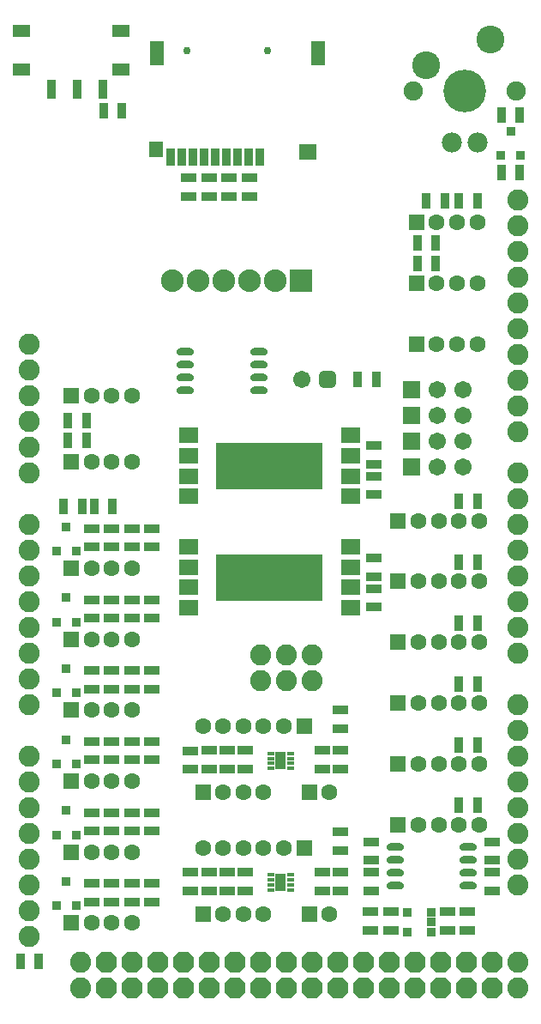
<source format=gbs>
G04 Layer_Color=16711935*
%FSLAX24Y24*%
%MOIN*%
G70*
G01*
G75*
%ADD41C,0.0300*%
%ADD61R,0.0600X0.0340*%
%ADD65R,0.0340X0.0600*%
%ADD66R,0.0380X0.0320*%
%ADD67R,0.0320X0.0380*%
%ADD69C,0.0631*%
%ADD70R,0.0631X0.0631*%
%ADD71C,0.1080*%
%ADD72C,0.0780*%
%ADD73C,0.1660*%
%ADD74C,0.0750*%
%ADD75C,0.0749*%
%ADD76C,0.0880*%
%ADD77R,0.0880X0.0880*%
G04:AMPARAMS|DCode=78|XSize=67.1mil|YSize=67.1mil|CornerRadius=18.8mil|HoleSize=0mil|Usage=FLASHONLY|Rotation=0.000|XOffset=0mil|YOffset=0mil|HoleType=Round|Shape=RoundedRectangle|*
%AMROUNDEDRECTD78*
21,1,0.0671,0.0295,0,0,0.0*
21,1,0.0295,0.0671,0,0,0.0*
1,1,0.0375,0.0148,-0.0148*
1,1,0.0375,-0.0148,-0.0148*
1,1,0.0375,-0.0148,0.0148*
1,1,0.0375,0.0148,0.0148*
%
%ADD78ROUNDEDRECTD78*%
%ADD79C,0.0671*%
%ADD80C,0.0820*%
%ADD81P,0.0888X8X22.5*%
%ADD82R,0.0671X0.0671*%
%ADD83R,0.0252X0.0154*%
%ADD84R,0.0409X0.0685*%
%ADD85O,0.0680X0.0300*%
%ADD86R,0.4174X0.1812*%
%ADD87R,0.0749X0.0631*%
%ADD88R,0.0700X0.0640*%
%ADD89R,0.0560X0.0940*%
%ADD90R,0.0360X0.0700*%
%ADD91R,0.0560X0.0640*%
%ADD92R,0.0690X0.0513*%
%ADD93R,0.0356X0.0749*%
D41*
X-9724Y23425D02*
D03*
X-12874D02*
D03*
D61*
X-6890Y-7643D02*
D03*
Y-6923D02*
D03*
X-12717Y-8504D02*
D03*
Y-9224D02*
D03*
X-12008Y-8498D02*
D03*
Y-9218D02*
D03*
X-11299D02*
D03*
Y-8498D02*
D03*
X-6890Y-9218D02*
D03*
Y-8498D02*
D03*
X-7598Y-9218D02*
D03*
Y-8498D02*
D03*
X-10591Y-9218D02*
D03*
Y-8498D02*
D03*
X-6890Y-2919D02*
D03*
Y-2199D02*
D03*
X-12008Y-3774D02*
D03*
Y-4494D02*
D03*
X-11299D02*
D03*
Y-3774D02*
D03*
X-6890Y-4494D02*
D03*
Y-3774D02*
D03*
X-7598Y-4494D02*
D03*
Y-3774D02*
D03*
X-10591Y-4494D02*
D03*
Y-3774D02*
D03*
X-984Y-9218D02*
D03*
Y-8498D02*
D03*
X-5709Y-7317D02*
D03*
Y-8037D02*
D03*
X-984D02*
D03*
Y-7317D02*
D03*
X-5709Y-9218D02*
D03*
Y-8498D02*
D03*
X-1969Y-10754D02*
D03*
Y-10034D02*
D03*
X-5610Y3706D02*
D03*
Y2986D02*
D03*
Y2525D02*
D03*
Y1805D02*
D03*
Y8071D02*
D03*
Y7351D02*
D03*
Y6890D02*
D03*
Y6170D02*
D03*
X-12717Y-3780D02*
D03*
Y-4500D02*
D03*
X-5715Y-10754D02*
D03*
Y-10034D02*
D03*
X-4927Y-10754D02*
D03*
Y-10034D02*
D03*
X-2723Y-10754D02*
D03*
Y-10034D02*
D03*
X-14213Y-9651D02*
D03*
Y-8931D02*
D03*
Y-6895D02*
D03*
Y-6175D02*
D03*
Y-4140D02*
D03*
Y-3420D02*
D03*
Y-1384D02*
D03*
Y-664D02*
D03*
Y1372D02*
D03*
Y2092D02*
D03*
Y4128D02*
D03*
Y4848D02*
D03*
X-15787Y-9651D02*
D03*
Y-8931D02*
D03*
Y-6895D02*
D03*
Y-6175D02*
D03*
Y-4140D02*
D03*
Y-3420D02*
D03*
Y-1384D02*
D03*
Y-664D02*
D03*
Y1372D02*
D03*
Y2092D02*
D03*
Y4128D02*
D03*
Y4848D02*
D03*
X-16575Y-9651D02*
D03*
Y-8931D02*
D03*
Y-6895D02*
D03*
Y-6175D02*
D03*
Y-4140D02*
D03*
Y-3420D02*
D03*
Y-1384D02*
D03*
Y-664D02*
D03*
Y1372D02*
D03*
Y2092D02*
D03*
Y4128D02*
D03*
Y4848D02*
D03*
X-15000Y-8931D02*
D03*
Y-9651D02*
D03*
Y-6175D02*
D03*
Y-6895D02*
D03*
Y-3420D02*
D03*
Y-4140D02*
D03*
Y-664D02*
D03*
Y-1384D02*
D03*
Y2092D02*
D03*
Y1372D02*
D03*
Y4848D02*
D03*
Y4128D02*
D03*
X-10433Y17750D02*
D03*
Y18470D02*
D03*
X-11220Y17750D02*
D03*
Y18470D02*
D03*
X-12008Y17750D02*
D03*
Y18470D02*
D03*
X-12795Y17750D02*
D03*
Y18470D02*
D03*
D65*
X-5506Y10630D02*
D03*
X-6226D02*
D03*
X-19336Y-11968D02*
D03*
X-18616D02*
D03*
X-16468Y5709D02*
D03*
X-15748D02*
D03*
X-17649D02*
D03*
X-16929D02*
D03*
X-636Y18661D02*
D03*
X84D02*
D03*
X-636Y20906D02*
D03*
X84D02*
D03*
X-1569Y17559D02*
D03*
X-2289D02*
D03*
X-2829D02*
D03*
X-3549D02*
D03*
X-15388Y21063D02*
D03*
X-16108D02*
D03*
X-3903Y15945D02*
D03*
X-3183D02*
D03*
X-3903Y15157D02*
D03*
X-3183D02*
D03*
X-17486Y9055D02*
D03*
X-16766D02*
D03*
X-17486Y8268D02*
D03*
X-16766D02*
D03*
X-1569Y5906D02*
D03*
X-2289D02*
D03*
X-1569Y3543D02*
D03*
X-2289D02*
D03*
X-1569Y1181D02*
D03*
X-2289D02*
D03*
X-1569Y-1181D02*
D03*
X-2289D02*
D03*
X-1569Y-3543D02*
D03*
X-2289D02*
D03*
X-1569Y-5906D02*
D03*
X-2289D02*
D03*
D66*
X-3355Y-10053D02*
D03*
Y-10813D02*
D03*
X-4295D02*
D03*
X-3355Y-10433D02*
D03*
X-4295Y-10053D02*
D03*
D67*
X-276Y20273D02*
D03*
X-656Y19333D02*
D03*
X104D02*
D03*
X-17559Y-8861D02*
D03*
X-17939Y-9801D02*
D03*
X-17179D02*
D03*
X-17559Y-6105D02*
D03*
X-17939Y-7045D02*
D03*
X-17179D02*
D03*
X-17559Y-3349D02*
D03*
X-17939Y-4289D02*
D03*
X-17179D02*
D03*
X-17559Y-593D02*
D03*
X-17939Y-1533D02*
D03*
X-17179D02*
D03*
X-17559Y2163D02*
D03*
X-17939Y1223D02*
D03*
X-17179D02*
D03*
X-17559Y4919D02*
D03*
X-17939Y3979D02*
D03*
X-17179D02*
D03*
D69*
X-1575Y12008D02*
D03*
X-3150D02*
D03*
X-2362D02*
D03*
X-1575Y16732D02*
D03*
X-3150D02*
D03*
X-2362D02*
D03*
X-1575Y14370D02*
D03*
X-3150D02*
D03*
X-2362D02*
D03*
X-7323Y-10124D02*
D03*
X-10669Y-7565D02*
D03*
X-9094D02*
D03*
X-9882D02*
D03*
X-11457D02*
D03*
X-12244D02*
D03*
X-9882Y-10124D02*
D03*
X-11457D02*
D03*
X-10669D02*
D03*
X-7323Y-5399D02*
D03*
X-10669Y-2840D02*
D03*
X-9094D02*
D03*
X-9882D02*
D03*
X-11457D02*
D03*
X-12244D02*
D03*
X-9882Y-5399D02*
D03*
X-11457D02*
D03*
X-10669D02*
D03*
X-15000Y7449D02*
D03*
X-16575D02*
D03*
X-15787D02*
D03*
X-15000Y10008D02*
D03*
X-16575D02*
D03*
X-15787D02*
D03*
X-2289Y5156D02*
D03*
X-3864D02*
D03*
X-3077D02*
D03*
X-1502D02*
D03*
X-2289Y2794D02*
D03*
X-3864D02*
D03*
X-3077D02*
D03*
X-1502D02*
D03*
X-2289Y432D02*
D03*
X-3864D02*
D03*
X-3077D02*
D03*
X-1502D02*
D03*
X-2289Y-1931D02*
D03*
X-3864D02*
D03*
X-3077D02*
D03*
X-1502D02*
D03*
X-2289Y-4293D02*
D03*
X-3864D02*
D03*
X-3077D02*
D03*
X-1502D02*
D03*
X-2289Y-6655D02*
D03*
X-3864D02*
D03*
X-3077D02*
D03*
X-1502D02*
D03*
X-15000Y-10472D02*
D03*
X-16575D02*
D03*
X-15787D02*
D03*
X-15000Y-7717D02*
D03*
X-16575D02*
D03*
X-15787D02*
D03*
X-15000Y-4961D02*
D03*
X-16575D02*
D03*
X-15787D02*
D03*
X-15000Y-2205D02*
D03*
X-16575D02*
D03*
X-15787D02*
D03*
X-15000Y551D02*
D03*
X-16575D02*
D03*
X-15787D02*
D03*
X-15000Y3307D02*
D03*
X-16575D02*
D03*
X-15787D02*
D03*
D70*
X-3937Y12008D02*
D03*
Y16732D02*
D03*
Y14370D02*
D03*
X-8110Y-10124D02*
D03*
X-8307Y-7565D02*
D03*
X-12244Y-10124D02*
D03*
X-8110Y-5399D02*
D03*
X-8307Y-2840D02*
D03*
X-12244Y-5399D02*
D03*
X-17362Y7449D02*
D03*
Y10008D02*
D03*
X-4651Y5156D02*
D03*
Y2794D02*
D03*
Y432D02*
D03*
Y-1931D02*
D03*
Y-4293D02*
D03*
Y-6655D02*
D03*
X-17362Y-10472D02*
D03*
Y-7717D02*
D03*
Y-4961D02*
D03*
Y-2205D02*
D03*
Y551D02*
D03*
Y3307D02*
D03*
D71*
X-1067Y23850D02*
D03*
X-3567Y22850D02*
D03*
D72*
X-1567Y19850D02*
D03*
X-2567D02*
D03*
D73*
X-2067Y21850D02*
D03*
D74*
X-4067D02*
D03*
D75*
X-67D02*
D03*
D76*
X-13425Y14468D02*
D03*
X-12425D02*
D03*
X-11425D02*
D03*
X-10425D02*
D03*
X-9425D02*
D03*
D77*
X-8425D02*
D03*
D78*
X-7402Y10630D02*
D03*
D79*
X-8402D02*
D03*
X-2134Y10236D02*
D03*
X-3134D02*
D03*
X-2134Y9236D02*
D03*
X-3134D02*
D03*
X-2134Y8236D02*
D03*
X-3134D02*
D03*
X-2134Y7236D02*
D03*
X-3134D02*
D03*
D80*
X-19000Y7000D02*
D03*
Y8000D02*
D03*
Y9000D02*
D03*
Y10000D02*
D03*
Y11000D02*
D03*
Y12000D02*
D03*
X0Y-13000D02*
D03*
Y-12000D02*
D03*
X-17000Y-13000D02*
D03*
Y-12000D02*
D03*
X0Y15600D02*
D03*
Y8600D02*
D03*
Y9600D02*
D03*
Y10600D02*
D03*
Y11600D02*
D03*
Y12600D02*
D03*
Y13600D02*
D03*
Y14600D02*
D03*
Y7000D02*
D03*
Y0D02*
D03*
Y1000D02*
D03*
Y2000D02*
D03*
Y3000D02*
D03*
Y4000D02*
D03*
Y5000D02*
D03*
Y6000D02*
D03*
X-19000Y5000D02*
D03*
Y-2000D02*
D03*
Y-1000D02*
D03*
Y0D02*
D03*
Y1000D02*
D03*
Y2000D02*
D03*
Y3000D02*
D03*
Y4000D02*
D03*
X0Y-2000D02*
D03*
Y-9000D02*
D03*
Y-8000D02*
D03*
Y-7000D02*
D03*
Y-6000D02*
D03*
Y-5000D02*
D03*
Y-4000D02*
D03*
Y-3000D02*
D03*
X-19000Y-4000D02*
D03*
Y-11000D02*
D03*
Y-10000D02*
D03*
Y-9000D02*
D03*
Y-8000D02*
D03*
Y-7000D02*
D03*
Y-6000D02*
D03*
Y-5000D02*
D03*
X0Y16600D02*
D03*
Y17600D02*
D03*
X-8001Y-51D02*
D03*
Y-1051D02*
D03*
X-9001Y-51D02*
D03*
Y-1051D02*
D03*
X-10001Y-51D02*
D03*
Y-1051D02*
D03*
D81*
X-9000Y-12000D02*
D03*
Y-13000D02*
D03*
X-10000Y-12000D02*
D03*
Y-13000D02*
D03*
X-11000Y-12000D02*
D03*
Y-13000D02*
D03*
X-12000Y-12000D02*
D03*
Y-13000D02*
D03*
X-13000Y-12000D02*
D03*
Y-13000D02*
D03*
X-14000Y-12000D02*
D03*
Y-13000D02*
D03*
X-15000Y-12000D02*
D03*
Y-13000D02*
D03*
X-16000Y-12000D02*
D03*
Y-13000D02*
D03*
X-1000Y-12000D02*
D03*
Y-13000D02*
D03*
X-2000Y-12000D02*
D03*
Y-13000D02*
D03*
X-3000Y-12000D02*
D03*
Y-13000D02*
D03*
X-4000Y-12000D02*
D03*
Y-13000D02*
D03*
X-5000Y-12000D02*
D03*
Y-13000D02*
D03*
X-6000Y-12000D02*
D03*
Y-13000D02*
D03*
X-7000Y-12000D02*
D03*
Y-13000D02*
D03*
X-8000Y-12000D02*
D03*
Y-13000D02*
D03*
D82*
X-4134Y10236D02*
D03*
Y9236D02*
D03*
Y8236D02*
D03*
Y7236D02*
D03*
D83*
X-8839Y-8602D02*
D03*
Y-8799D02*
D03*
Y-8996D02*
D03*
Y-9193D02*
D03*
X-9587D02*
D03*
Y-8996D02*
D03*
Y-8799D02*
D03*
Y-8602D02*
D03*
X-8839Y-3878D02*
D03*
Y-4075D02*
D03*
Y-4272D02*
D03*
Y-4469D02*
D03*
X-9587D02*
D03*
Y-4272D02*
D03*
Y-4075D02*
D03*
Y-3878D02*
D03*
D84*
X-9213Y-8898D02*
D03*
Y-4173D02*
D03*
D85*
X-12916Y10195D02*
D03*
Y10695D02*
D03*
Y11195D02*
D03*
Y11695D02*
D03*
X-10076Y10195D02*
D03*
Y10695D02*
D03*
Y11195D02*
D03*
Y11695D02*
D03*
X-4766Y-9018D02*
D03*
Y-8518D02*
D03*
Y-8018D02*
D03*
Y-7518D02*
D03*
X-1926Y-9018D02*
D03*
Y-8518D02*
D03*
Y-8018D02*
D03*
Y-7518D02*
D03*
D86*
X-9646Y2953D02*
D03*
Y7283D02*
D03*
D87*
X-6506Y4134D02*
D03*
Y3346D02*
D03*
Y2559D02*
D03*
Y1772D02*
D03*
X-12785Y4134D02*
D03*
Y3346D02*
D03*
Y2559D02*
D03*
Y1772D02*
D03*
X-6506Y8465D02*
D03*
Y7677D02*
D03*
Y6890D02*
D03*
Y6102D02*
D03*
X-12785Y8465D02*
D03*
Y7677D02*
D03*
Y6890D02*
D03*
Y6102D02*
D03*
D88*
X-8179Y19491D02*
D03*
D89*
X-7779Y23311D02*
D03*
X-14039D02*
D03*
D90*
X-10039Y19291D02*
D03*
X-10472D02*
D03*
X-10906D02*
D03*
X-11339D02*
D03*
X-11772D02*
D03*
X-12205D02*
D03*
X-12638D02*
D03*
X-13071D02*
D03*
X-13504D02*
D03*
D91*
X-14059Y19571D02*
D03*
D92*
X-15445Y24177D02*
D03*
Y22681D02*
D03*
X-19283Y24177D02*
D03*
Y22681D02*
D03*
D93*
X-16114Y21913D02*
D03*
X-17114D02*
D03*
X-18114D02*
D03*
M02*

</source>
